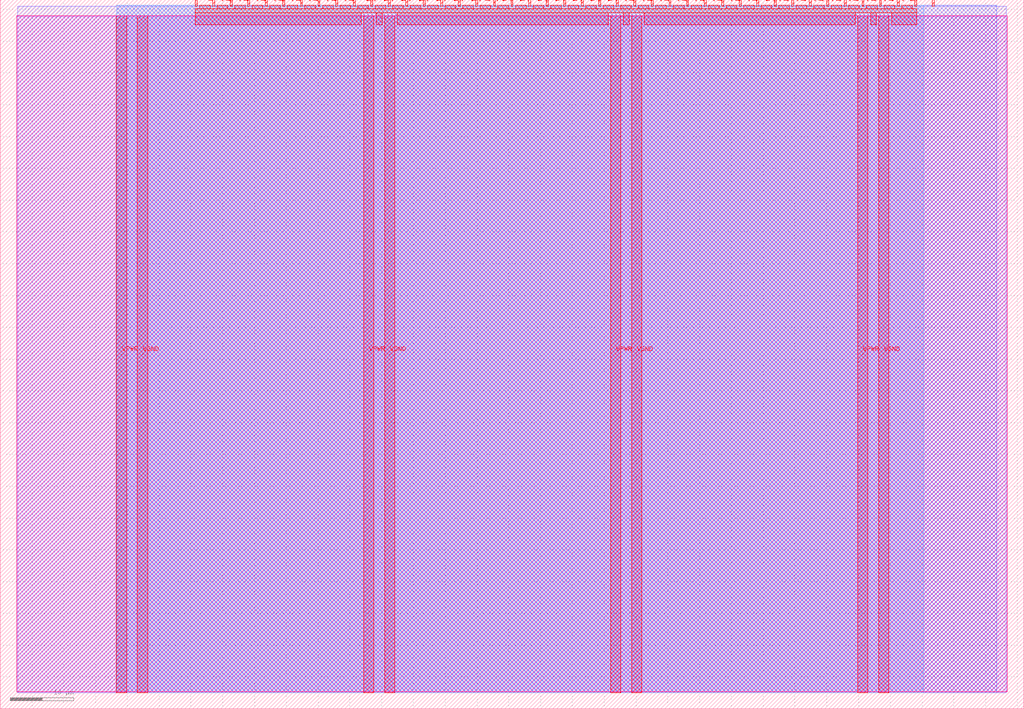
<source format=lef>
VERSION 5.7 ;
  NOWIREEXTENSIONATPIN ON ;
  DIVIDERCHAR "/" ;
  BUSBITCHARS "[]" ;
MACRO tt_um_wokwi_422962061359577089
  CLASS BLOCK ;
  FOREIGN tt_um_wokwi_422962061359577089 ;
  ORIGIN 0.000 0.000 ;
  SIZE 161.000 BY 111.520 ;
  PIN VGND
    DIRECTION INOUT ;
    USE GROUND ;
    PORT
      LAYER met4 ;
        RECT 21.580 2.480 23.180 109.040 ;
    END
    PORT
      LAYER met4 ;
        RECT 60.450 2.480 62.050 109.040 ;
    END
    PORT
      LAYER met4 ;
        RECT 99.320 2.480 100.920 109.040 ;
    END
    PORT
      LAYER met4 ;
        RECT 138.190 2.480 139.790 109.040 ;
    END
  END VGND
  PIN VPWR
    DIRECTION INOUT ;
    USE POWER ;
    PORT
      LAYER met4 ;
        RECT 18.280 2.480 19.880 109.040 ;
    END
    PORT
      LAYER met4 ;
        RECT 57.150 2.480 58.750 109.040 ;
    END
    PORT
      LAYER met4 ;
        RECT 96.020 2.480 97.620 109.040 ;
    END
    PORT
      LAYER met4 ;
        RECT 134.890 2.480 136.490 109.040 ;
    END
  END VPWR
  PIN clk
    DIRECTION INPUT ;
    USE SIGNAL ;
    ANTENNAGATEAREA 0.159000 ;
    PORT
      LAYER met4 ;
        RECT 143.830 110.520 144.130 111.520 ;
    END
  END clk
  PIN ena
    DIRECTION INPUT ;
    USE SIGNAL ;
    PORT
      LAYER met4 ;
        RECT 146.590 110.520 146.890 111.520 ;
    END
  END ena
  PIN rst_n
    DIRECTION INPUT ;
    USE SIGNAL ;
    PORT
      LAYER met4 ;
        RECT 141.070 110.520 141.370 111.520 ;
    END
  END rst_n
  PIN ui_in[0]
    DIRECTION INPUT ;
    USE SIGNAL ;
    ANTENNAGATEAREA 0.196500 ;
    PORT
      LAYER met4 ;
        RECT 138.310 110.520 138.610 111.520 ;
    END
  END ui_in[0]
  PIN ui_in[1]
    DIRECTION INPUT ;
    USE SIGNAL ;
    ANTENNAGATEAREA 0.196500 ;
    PORT
      LAYER met4 ;
        RECT 135.550 110.520 135.850 111.520 ;
    END
  END ui_in[1]
  PIN ui_in[2]
    DIRECTION INPUT ;
    USE SIGNAL ;
    ANTENNAGATEAREA 0.196500 ;
    PORT
      LAYER met4 ;
        RECT 132.790 110.520 133.090 111.520 ;
    END
  END ui_in[2]
  PIN ui_in[3]
    DIRECTION INPUT ;
    USE SIGNAL ;
    ANTENNAGATEAREA 0.196500 ;
    PORT
      LAYER met4 ;
        RECT 130.030 110.520 130.330 111.520 ;
    END
  END ui_in[3]
  PIN ui_in[4]
    DIRECTION INPUT ;
    USE SIGNAL ;
    ANTENNAGATEAREA 0.196500 ;
    PORT
      LAYER met4 ;
        RECT 127.270 110.520 127.570 111.520 ;
    END
  END ui_in[4]
  PIN ui_in[5]
    DIRECTION INPUT ;
    USE SIGNAL ;
    ANTENNAGATEAREA 0.196500 ;
    PORT
      LAYER met4 ;
        RECT 124.510 110.520 124.810 111.520 ;
    END
  END ui_in[5]
  PIN ui_in[6]
    DIRECTION INPUT ;
    USE SIGNAL ;
    ANTENNAGATEAREA 0.196500 ;
    PORT
      LAYER met4 ;
        RECT 121.750 110.520 122.050 111.520 ;
    END
  END ui_in[6]
  PIN ui_in[7]
    DIRECTION INPUT ;
    USE SIGNAL ;
    ANTENNAGATEAREA 0.196500 ;
    PORT
      LAYER met4 ;
        RECT 118.990 110.520 119.290 111.520 ;
    END
  END ui_in[7]
  PIN uio_in[0]
    DIRECTION INPUT ;
    USE SIGNAL ;
    PORT
      LAYER met4 ;
        RECT 116.230 110.520 116.530 111.520 ;
    END
  END uio_in[0]
  PIN uio_in[1]
    DIRECTION INPUT ;
    USE SIGNAL ;
    PORT
      LAYER met4 ;
        RECT 113.470 110.520 113.770 111.520 ;
    END
  END uio_in[1]
  PIN uio_in[2]
    DIRECTION INPUT ;
    USE SIGNAL ;
    PORT
      LAYER met4 ;
        RECT 110.710 110.520 111.010 111.520 ;
    END
  END uio_in[2]
  PIN uio_in[3]
    DIRECTION INPUT ;
    USE SIGNAL ;
    PORT
      LAYER met4 ;
        RECT 107.950 110.520 108.250 111.520 ;
    END
  END uio_in[3]
  PIN uio_in[4]
    DIRECTION INPUT ;
    USE SIGNAL ;
    PORT
      LAYER met4 ;
        RECT 105.190 110.520 105.490 111.520 ;
    END
  END uio_in[4]
  PIN uio_in[5]
    DIRECTION INPUT ;
    USE SIGNAL ;
    PORT
      LAYER met4 ;
        RECT 102.430 110.520 102.730 111.520 ;
    END
  END uio_in[5]
  PIN uio_in[6]
    DIRECTION INPUT ;
    USE SIGNAL ;
    PORT
      LAYER met4 ;
        RECT 99.670 110.520 99.970 111.520 ;
    END
  END uio_in[6]
  PIN uio_in[7]
    DIRECTION INPUT ;
    USE SIGNAL ;
    PORT
      LAYER met4 ;
        RECT 96.910 110.520 97.210 111.520 ;
    END
  END uio_in[7]
  PIN uio_oe[0]
    DIRECTION OUTPUT ;
    USE SIGNAL ;
    PORT
      LAYER met4 ;
        RECT 49.990 110.520 50.290 111.520 ;
    END
  END uio_oe[0]
  PIN uio_oe[1]
    DIRECTION OUTPUT ;
    USE SIGNAL ;
    PORT
      LAYER met4 ;
        RECT 47.230 110.520 47.530 111.520 ;
    END
  END uio_oe[1]
  PIN uio_oe[2]
    DIRECTION OUTPUT ;
    USE SIGNAL ;
    PORT
      LAYER met4 ;
        RECT 44.470 110.520 44.770 111.520 ;
    END
  END uio_oe[2]
  PIN uio_oe[3]
    DIRECTION OUTPUT ;
    USE SIGNAL ;
    PORT
      LAYER met4 ;
        RECT 41.710 110.520 42.010 111.520 ;
    END
  END uio_oe[3]
  PIN uio_oe[4]
    DIRECTION OUTPUT ;
    USE SIGNAL ;
    PORT
      LAYER met4 ;
        RECT 38.950 110.520 39.250 111.520 ;
    END
  END uio_oe[4]
  PIN uio_oe[5]
    DIRECTION OUTPUT ;
    USE SIGNAL ;
    PORT
      LAYER met4 ;
        RECT 36.190 110.520 36.490 111.520 ;
    END
  END uio_oe[5]
  PIN uio_oe[6]
    DIRECTION OUTPUT ;
    USE SIGNAL ;
    PORT
      LAYER met4 ;
        RECT 33.430 110.520 33.730 111.520 ;
    END
  END uio_oe[6]
  PIN uio_oe[7]
    DIRECTION OUTPUT ;
    USE SIGNAL ;
    PORT
      LAYER met4 ;
        RECT 30.670 110.520 30.970 111.520 ;
    END
  END uio_oe[7]
  PIN uio_out[0]
    DIRECTION OUTPUT ;
    USE SIGNAL ;
    PORT
      LAYER met4 ;
        RECT 72.070 110.520 72.370 111.520 ;
    END
  END uio_out[0]
  PIN uio_out[1]
    DIRECTION OUTPUT ;
    USE SIGNAL ;
    PORT
      LAYER met4 ;
        RECT 69.310 110.520 69.610 111.520 ;
    END
  END uio_out[1]
  PIN uio_out[2]
    DIRECTION OUTPUT ;
    USE SIGNAL ;
    PORT
      LAYER met4 ;
        RECT 66.550 110.520 66.850 111.520 ;
    END
  END uio_out[2]
  PIN uio_out[3]
    DIRECTION OUTPUT ;
    USE SIGNAL ;
    PORT
      LAYER met4 ;
        RECT 63.790 110.520 64.090 111.520 ;
    END
  END uio_out[3]
  PIN uio_out[4]
    DIRECTION OUTPUT ;
    USE SIGNAL ;
    PORT
      LAYER met4 ;
        RECT 61.030 110.520 61.330 111.520 ;
    END
  END uio_out[4]
  PIN uio_out[5]
    DIRECTION OUTPUT ;
    USE SIGNAL ;
    PORT
      LAYER met4 ;
        RECT 58.270 110.520 58.570 111.520 ;
    END
  END uio_out[5]
  PIN uio_out[6]
    DIRECTION OUTPUT ;
    USE SIGNAL ;
    PORT
      LAYER met4 ;
        RECT 55.510 110.520 55.810 111.520 ;
    END
  END uio_out[6]
  PIN uio_out[7]
    DIRECTION OUTPUT ;
    USE SIGNAL ;
    PORT
      LAYER met4 ;
        RECT 52.750 110.520 53.050 111.520 ;
    END
  END uio_out[7]
  PIN uo_out[0]
    DIRECTION OUTPUT ;
    USE SIGNAL ;
    ANTENNADIFFAREA 0.445500 ;
    PORT
      LAYER met4 ;
        RECT 94.150 110.520 94.450 111.520 ;
    END
  END uo_out[0]
  PIN uo_out[1]
    DIRECTION OUTPUT ;
    USE SIGNAL ;
    ANTENNADIFFAREA 0.445500 ;
    PORT
      LAYER met4 ;
        RECT 91.390 110.520 91.690 111.520 ;
    END
  END uo_out[1]
  PIN uo_out[2]
    DIRECTION OUTPUT ;
    USE SIGNAL ;
    ANTENNADIFFAREA 0.445500 ;
    PORT
      LAYER met4 ;
        RECT 88.630 110.520 88.930 111.520 ;
    END
  END uo_out[2]
  PIN uo_out[3]
    DIRECTION OUTPUT ;
    USE SIGNAL ;
    ANTENNADIFFAREA 0.445500 ;
    PORT
      LAYER met4 ;
        RECT 85.870 110.520 86.170 111.520 ;
    END
  END uo_out[3]
  PIN uo_out[4]
    DIRECTION OUTPUT ;
    USE SIGNAL ;
    ANTENNADIFFAREA 0.445500 ;
    PORT
      LAYER met4 ;
        RECT 83.110 110.520 83.410 111.520 ;
    END
  END uo_out[4]
  PIN uo_out[5]
    DIRECTION OUTPUT ;
    USE SIGNAL ;
    ANTENNADIFFAREA 0.445500 ;
    PORT
      LAYER met4 ;
        RECT 80.350 110.520 80.650 111.520 ;
    END
  END uo_out[5]
  PIN uo_out[6]
    DIRECTION OUTPUT ;
    USE SIGNAL ;
    ANTENNADIFFAREA 0.445500 ;
    PORT
      LAYER met4 ;
        RECT 77.590 110.520 77.890 111.520 ;
    END
  END uo_out[6]
  PIN uo_out[7]
    DIRECTION OUTPUT ;
    USE SIGNAL ;
    ANTENNADIFFAREA 0.445500 ;
    PORT
      LAYER met4 ;
        RECT 74.830 110.520 75.130 111.520 ;
    END
  END uo_out[7]
  OBS
      LAYER nwell ;
        RECT 2.570 2.635 158.430 108.990 ;
      LAYER li1 ;
        RECT 2.760 2.635 158.240 108.885 ;
      LAYER met1 ;
        RECT 2.760 2.480 158.240 110.460 ;
      LAYER met2 ;
        RECT 18.310 2.535 156.760 110.685 ;
      LAYER met3 ;
        RECT 18.290 2.555 145.295 110.665 ;
      LAYER met4 ;
        RECT 31.370 110.120 33.030 110.665 ;
        RECT 34.130 110.120 35.790 110.665 ;
        RECT 36.890 110.120 38.550 110.665 ;
        RECT 39.650 110.120 41.310 110.665 ;
        RECT 42.410 110.120 44.070 110.665 ;
        RECT 45.170 110.120 46.830 110.665 ;
        RECT 47.930 110.120 49.590 110.665 ;
        RECT 50.690 110.120 52.350 110.665 ;
        RECT 53.450 110.120 55.110 110.665 ;
        RECT 56.210 110.120 57.870 110.665 ;
        RECT 58.970 110.120 60.630 110.665 ;
        RECT 61.730 110.120 63.390 110.665 ;
        RECT 64.490 110.120 66.150 110.665 ;
        RECT 67.250 110.120 68.910 110.665 ;
        RECT 70.010 110.120 71.670 110.665 ;
        RECT 72.770 110.120 74.430 110.665 ;
        RECT 75.530 110.120 77.190 110.665 ;
        RECT 78.290 110.120 79.950 110.665 ;
        RECT 81.050 110.120 82.710 110.665 ;
        RECT 83.810 110.120 85.470 110.665 ;
        RECT 86.570 110.120 88.230 110.665 ;
        RECT 89.330 110.120 90.990 110.665 ;
        RECT 92.090 110.120 93.750 110.665 ;
        RECT 94.850 110.120 96.510 110.665 ;
        RECT 97.610 110.120 99.270 110.665 ;
        RECT 100.370 110.120 102.030 110.665 ;
        RECT 103.130 110.120 104.790 110.665 ;
        RECT 105.890 110.120 107.550 110.665 ;
        RECT 108.650 110.120 110.310 110.665 ;
        RECT 111.410 110.120 113.070 110.665 ;
        RECT 114.170 110.120 115.830 110.665 ;
        RECT 116.930 110.120 118.590 110.665 ;
        RECT 119.690 110.120 121.350 110.665 ;
        RECT 122.450 110.120 124.110 110.665 ;
        RECT 125.210 110.120 126.870 110.665 ;
        RECT 127.970 110.120 129.630 110.665 ;
        RECT 130.730 110.120 132.390 110.665 ;
        RECT 133.490 110.120 135.150 110.665 ;
        RECT 136.250 110.120 137.910 110.665 ;
        RECT 139.010 110.120 140.670 110.665 ;
        RECT 141.770 110.120 143.430 110.665 ;
        RECT 30.655 109.440 144.145 110.120 ;
        RECT 30.655 107.615 56.750 109.440 ;
        RECT 59.150 107.615 60.050 109.440 ;
        RECT 62.450 107.615 95.620 109.440 ;
        RECT 98.020 107.615 98.920 109.440 ;
        RECT 101.320 107.615 134.490 109.440 ;
        RECT 136.890 107.615 137.790 109.440 ;
        RECT 140.190 107.615 144.145 109.440 ;
  END
END tt_um_wokwi_422962061359577089
END LIBRARY


</source>
